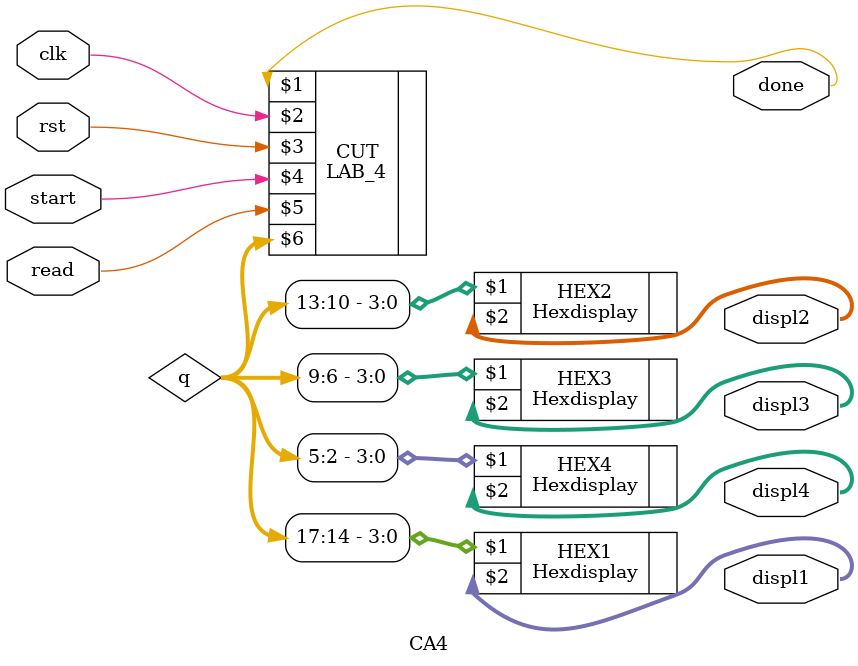
<source format=v>
`include"Hexdisplay.v"
`include"LAB_4.vo"

module CA4(
	input clk, rst, start, read,
	output[6:0] displ1, displ2, displ3, displ4,output done);

	wire[17:0]q;
	Hexdisplay HEX1(q[17:14], displ1);
	Hexdisplay HEX2(q[13:10], displ2);
	Hexdisplay HEX3(q[9:6], displ3);
	Hexdisplay HEX4(q[5:2], displ4);
	LAB_4 CUT(done, clk, rst, start, read, q);
	
endmodule

</source>
